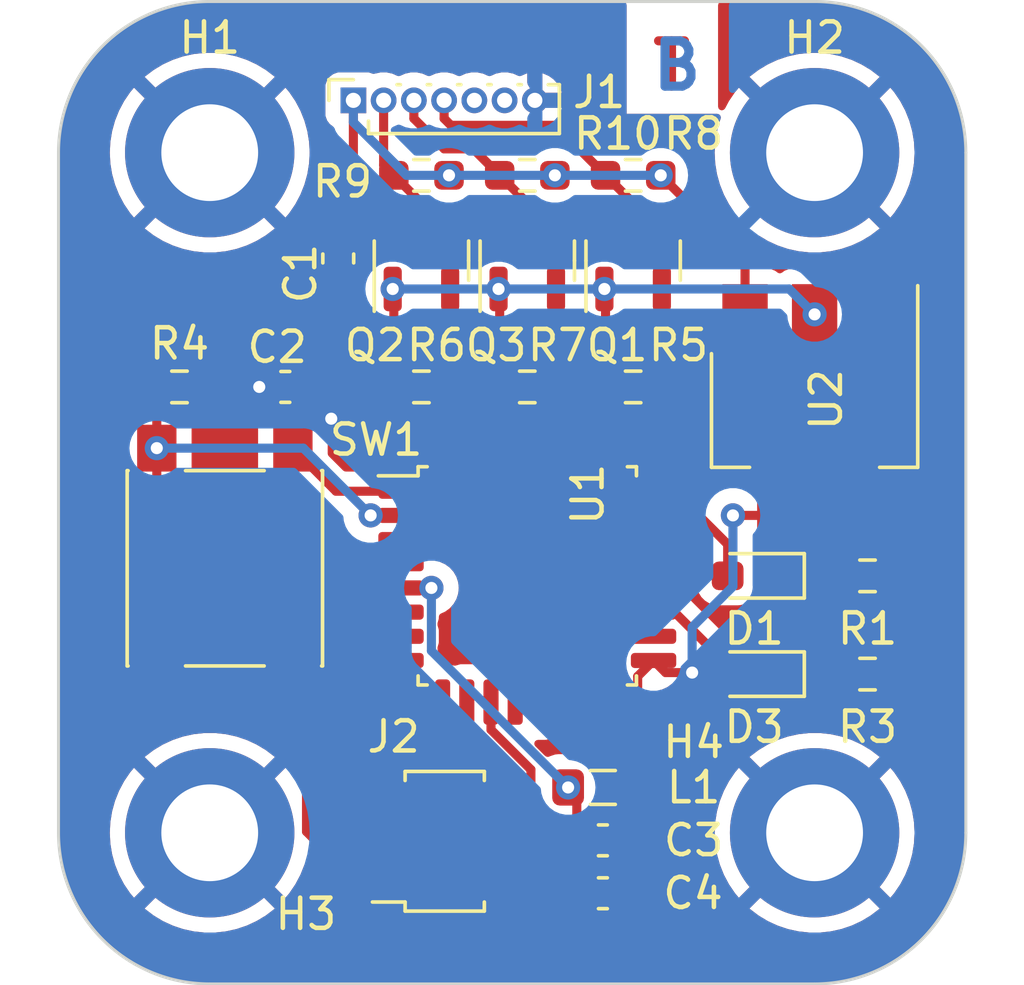
<source format=kicad_pcb>
(kicad_pcb (version 20221018) (generator pcbnew)
  (layers (0 "F.Cu" signal) (31 "B.Cu" signal) (34 "B.Paste" user) (35 "F.Paste" user) (36 "B.SilkS" user "B.Silkscreen") (37 "F.SilkS" user "F.Silkscreen") (38 "B.Mask" user) (39 "F.Mask" user) (44 "Edge.Cuts" user))
  (net 0 "")
  (net 1 "+5V")
  (net 2 "GND")
  (net 3 "+3.3V")
  (net 4 "Net-(D1-K)")
  (net 5 "Player1_LED")
  (net 6 "Net-(D3-K)")
  (net 7 "Status_LED")
  (net 8 "Data_Clock_SNES")
  (net 9 "Data_Latch_SNES")
  (net 10 "Serial_Data_SNES")
  (net 13 "SPI_Chip_Select")
  (net 14 "Chip_Enable")
  (net 15 "SPI_Digital_Input")
  (net 16 "SPI_Clock")
  (net 18 "SPI_Digital_Output")
  (net 19 "Serial_Data_STM32")
  (net 20 "Data_Clock_STM32")
  (net 21 "Data_Latch_STM32")
  (net 22 "Appairing_Btn")
  (net 26 "+3.3VA")
  (footprint "Button_Switch_SMD:SW_Push_1P1T_NO_6x6mm_H9.5mm" (layer "F.Cu") (at 125 99.75 -90)
    (fp_text reference "SW1" (at -4.25 -5) (layer "F.SilkS"))
    (fp_text value "SW_Push")
    (fp_line (start -3.23 -3.23) (end 3.23 -3.23) (stroke (width 0.12)) (layer "F.SilkS"))
    (fp_line (start -3.23 -3.2) (end -3.23 -3.23) (stroke (width 0.12)) (layer "F.SilkS"))
    (fp_line (start -3.23 -1.3) (end -3.23 1.3) (stroke (width 0.12)) (layer "F.SilkS"))
    (fp_line (start -3.23 3.23) (end -3.23 3.2) (stroke (width 0.12)) (layer "F.SilkS"))
    (fp_line (start -3.23 3.23) (end 3.23 3.23) (stroke (width 0.12)) (layer "F.SilkS"))
    (fp_line (start 3.23 -3.23) (end 3.23 -3.2) (stroke (width 0.12)) (layer "F.SilkS"))
    (fp_line (start 3.23 -1.3) (end 3.23 1.3) (stroke (width 0.12)) (layer "F.SilkS"))
    (fp_line (start 3.23 3.23) (end 3.23 3.2) (stroke (width 0.12)) (layer "F.SilkS"))
    (pad "1" smd rect (at -3.975 -2.25 270) (size 1.55 1.3) (layers "F.Cu" "F.Paste" "F.Mask") (net 3 "+3.3V"))
    (pad "1" smd rect (at 3.975 -2.25 270) (size 1.55 1.3) (layers "F.Cu" "F.Paste" "F.Mask") (net 3 "+3.3V"))
    (pad "2" smd rect (at -3.975 2.25 270) (size 1.55 1.3) (layers "F.Cu" "F.Paste" "F.Mask") (net 22 "Appairing_Btn"))
    (pad "2" smd rect (at 3.975 2.25 270) (size 1.55 1.3) (layers "F.Cu" "F.Paste" "F.Mask") (net 22 "Appairing_Btn"))
  )
  (footprint "Capacitor_SMD:C_0603_1608Metric_Pad1.08x0.95mm_HandSolder" (layer "F.Cu") (at 128.75 89.5 -90)
    (fp_text reference "C1" (at 0.5 1.25 90) (layer "F.SilkS"))
    (fp_text value "1u")
    (fp_line (start -0.146267 -0.51) (end 0.146267 -0.51) (stroke (width 0.12)) (layer "F.SilkS"))
    (fp_line (start -0.146267 0.51) (end 0.146267 0.51) (stroke (width 0.12)) (layer "F.SilkS"))
    (pad "1" smd roundrect (at -0.8625 0 270) (size 1.075 0.95) (layers "F.Cu" "F.Paste" "F.Mask") (net 1 "+5V"))
    (pad "2" smd roundrect (at 0.8625 0 270) (size 1.075 0.95) (layers "F.Cu" "F.Paste" "F.Mask") (net 2 "GND"))
  )
  (footprint "MountingHole:MountingHole_3.2mm_M3_DIN965_Pad" (layer "F.Cu") (at 144.5 86)
    (fp_text reference "H2" (at 0 -3.8) (layer "F.SilkS"))
    (fp_text value "MountingHole_Pad")
    (pad "1" thru_hole circle (at 0 0) (size 5.6 5.6) (drill 3.2) (layers "*.Cu" "*.Mask") (net 2 "GND"))
  )
  (footprint "Resistor_SMD:R_0603_1608Metric_Pad0.98x0.95mm_HandSolder" (layer "F.Cu") (at 131.5 86.75 180)
    (fp_text reference "R9" (at 2.61 -0.21 180) (layer "F.SilkS"))
    (fp_text value "10k")
    (fp_line (start -0.254724 -0.5225) (end 0.254724 -0.5225) (stroke (width 0.12)) (layer "F.SilkS"))
    (fp_line (start -0.254724 0.5225) (end 0.254724 0.5225) (stroke (width 0.12)) (layer "F.SilkS"))
    (pad "1" smd roundrect (at -0.9125 0 180) (size 0.975 0.95) (layers "F.Cu" "F.Paste" "F.Mask") (net 1 "+5V"))
    (pad "2" smd roundrect (at 0.9125 0 180) (size 0.975 0.95) (layers "F.Cu" "F.Paste" "F.Mask") (net 8 "Data_Clock_SNES"))
  )
  (footprint "Resistor_SMD:R_0603_1608Metric_Pad0.98x0.95mm_HandSolder" (layer "F.Cu") (at 135 86.75 180)
    (fp_text reference "R10" (at -3 1.375 180) (layer "F.SilkS"))
    (fp_text value "10k")
    (fp_line (start -0.254724 -0.5225) (end 0.254724 -0.5225) (stroke (width 0.12)) (layer "F.SilkS"))
    (fp_line (start -0.254724 0.5225) (end 0.254724 0.5225) (stroke (width 0.12)) (layer "F.SilkS"))
    (pad "1" smd roundrect (at -0.9125 0 180) (size 0.975 0.95) (layers "F.Cu" "F.Paste" "F.Mask") (net 1 "+5V"))
    (pad "2" smd roundrect (at 0.9125 0 180) (size 0.975 0.95) (layers "F.Cu" "F.Paste" "F.Mask") (net 9 "Data_Latch_SNES"))
  )
  (footprint "Package_TO_SOT_SMD:SOT-23" (layer "F.Cu") (at 138.5 89.5725 90)
    (fp_text reference "Q1" (at -2.8025 -0.53) (layer "F.SilkS"))
    (fp_text value "2N7002")
    (fp_line (start 0 -1.56) (end -1.675 -1.56) (stroke (width 0.12)) (layer "F.SilkS"))
    (fp_line (start 0 -1.56) (end 0.65 -1.56) (stroke (width 0.12)) (layer "F.SilkS"))
    (fp_line (start 0 1.56) (end -0.65 1.56) (stroke (width 0.12)) (layer "F.SilkS"))
    (fp_line (start 0 1.56) (end 0.65 1.56) (stroke (width 0.12)) (layer "F.SilkS"))
    (pad "1" smd roundrect (at -0.9375 -0.95 90) (size 1.475 0.6) (layers "F.Cu" "F.Paste" "F.Mask") (net 3 "+3.3V"))
    (pad "2" smd roundrect (at -0.9375 0.95 90) (size 1.475 0.6) (layers "F.Cu" "F.Paste" "F.Mask") (net 19 "Serial_Data_STM32"))
    (pad "3" smd roundrect (at 0.9375 0 90) (size 1.475 0.6) (layers "F.Cu" "F.Paste" "F.Mask") (net 10 "Serial_Data_SNES"))
  )
  (footprint "Capacitor_SMD:C_0603_1608Metric_Pad1.08x0.95mm_HandSolder" (layer "F.Cu") (at 137.5 108.75)
    (fp_text reference "C3" (at 3 0) (layer "F.SilkS"))
    (fp_text value "1u")
    (fp_line (start -0.146267 -0.51) (end 0.146267 -0.51) (stroke (width 0.12)) (layer "F.SilkS"))
    (fp_line (start -0.146267 0.51) (end 0.146267 0.51) (stroke (width 0.12)) (layer "F.SilkS"))
    (pad "1" smd roundrect (at -0.8625 0) (size 1.075 0.95) (layers "F.Cu" "F.Paste" "F.Mask") (net 26 "+3.3VA"))
    (pad "2" smd roundrect (at 0.8625 0) (size 1.075 0.95) (layers "F.Cu" "F.Paste" "F.Mask") (net 2 "GND"))
  )
  (footprint "Diode_SMD:D_0603_1608Metric_Pad1.05x0.95mm_HandSolder" (layer "F.Cu") (at 142.5 100 180)
    (fp_text reference "D1" (at 0 -1.75) (layer "F.SilkS"))
    (fp_text value "LED_Small")
    (fp_line (start -1.66 -0.735) (end -1.66 0.735) (stroke (width 0.12)) (layer "F.SilkS"))
    (fp_line (start -1.66 0.735) (end 0.8 0.735) (stroke (width 0.12)) (layer "F.SilkS"))
    (fp_line (start 0.8 -0.735) (end -1.66 -0.735) (stroke (width 0.12)) (layer "F.SilkS"))
    (pad "1" smd roundrect (at -0.875 0 180) (size 1.05 0.95) (layers "F.Cu" "F.Paste" "F.Mask") (net 4 "Net-(D1-K)"))
    (pad "2" smd roundrect (at 0.875 0 180) (size 1.05 0.95) (layers "F.Cu" "F.Paste" "F.Mask") (net 5 "Player1_LED"))
  )
  (footprint "Package_TO_SOT_SMD:SOT-23" (layer "F.Cu") (at 135 89.5725 90)
    (fp_text reference "Q3" (at -2.8025 -1.03) (layer "F.SilkS"))
    (fp_text value "2N7002")
    (fp_line (start 0 -1.56) (end -1.675 -1.56) (stroke (width 0.12)) (layer "F.SilkS"))
    (fp_line (start 0 -1.56) (end 0.65 -1.56) (stroke (width 0.12)) (layer "F.SilkS"))
    (fp_line (start 0 1.56) (end -0.65 1.56) (stroke (width 0.12)) (layer "F.SilkS"))
    (fp_line (start 0 1.56) (end 0.65 1.56) (stroke (width 0.12)) (layer "F.SilkS"))
    (pad "1" smd roundrect (at -0.9375 -0.95 90) (size 1.475 0.6) (layers "F.Cu" "F.Paste" "F.Mask") (net 3 "+3.3V"))
    (pad "2" smd roundrect (at -0.9375 0.95 90) (size 1.475 0.6) (layers "F.Cu" "F.Paste" "F.Mask") (net 21 "Data_Latch_STM32"))
    (pad "3" smd roundrect (at 0.9375 0 90) (size 1.475 0.6) (layers "F.Cu" "F.Paste" "F.Mask") (net 9 "Data_Latch_SNES"))
  )
  (footprint "Capacitor_SMD:C_0603_1608Metric_Pad1.08x0.95mm_HandSolder" (layer "F.Cu") (at 127 93.75 180)
    (fp_text reference "C2" (at 0.27 1.32) (layer "F.SilkS"))
    (fp_text value "1u")
    (fp_line (start -0.146267 -0.51) (end 0.146267 -0.51) (stroke (width 0.12)) (layer "F.SilkS"))
    (fp_line (start -0.146267 0.51) (end 0.146267 0.51) (stroke (width 0.12)) (layer "F.SilkS"))
    (pad "1" smd roundrect (at -0.8625 0 180) (size 1.075 0.95) (layers "F.Cu" "F.Paste" "F.Mask") (net 3 "+3.3V"))
    (pad "2" smd roundrect (at 0.8625 0 180) (size 1.075 0.95) (layers "F.Cu" "F.Paste" "F.Mask") (net 2 "GND"))
  )
  (footprint "Connector_PinSocket_1.00mm:PinSocket_2x04_P1.00mm_Vertical_SMD" (layer "F.Cu") (at 132.27 108.78 180)
    (fp_text reference "J2" (at 1.69 3.46) (layer "F.SilkS"))
    (fp_text value "Conn_01x08_Socket")
    (fp_line (start -1.31 -2.31) (end -1.31 -2.01) (stroke (width 0.12)) (layer "F.SilkS"))
    (fp_line (start -1.31 -2.31) (end 1.31 -2.31) (stroke (width 0.12)) (layer "F.SilkS"))
    (fp_line (start -1.31 2.01) (end -1.31 2.31) (stroke (width 0.12)) (layer "F.SilkS"))
    (fp_line (start -1.31 2.31) (end 1.31 2.31) (stroke (width 0.12)) (layer "F.SilkS"))
    (fp_line (start 1.31 -2.31) (end 1.31 -2.01) (stroke (width 0.12)) (layer "F.SilkS"))
    (fp_line (start 1.31 -2.01) (end 2.39 -2.01) (stroke (width 0.12)) (layer "F.SilkS"))
    (fp_line (start 1.31 2.01) (end 1.31 2.31) (stroke (width 0.12)) (layer "F.SilkS"))
    (pad "1" smd rect (at 1.525 -1.5 180) (size 1.85 0.5) (layers "F.Cu" "F.Paste" "F.Mask") (net 3 "+3.3V"))
    (pad "2" smd rect (at -1.525 -1.5 180) (size 1.85 0.5) (layers "F.Cu" "F.Paste" "F.Mask") (net 2 "GND"))
    (pad "3" smd rect (at 1.525 -0.5 180) (size 1.85 0.5) (layers "F.Cu" "F.Paste" "F.Mask") (net 13 "SPI_Chip_Select"))
    (pad "4" smd rect (at -1.525 -0.5 180) (size 1.85 0.5) (layers "F.Cu" "F.Paste" "F.Mask") (net 14 "Chip_Enable"))
    (pad "5" smd rect (at 1.525 0.5 180) (size 1.85 0.5) (layers "F.Cu" "F.Paste" "F.Mask") (net 15 "SPI_Digital_Input"))
    (pad "6" smd rect (at -1.525 0.5 180) (size 1.85 0.5) (layers "F.Cu" "F.Paste" "F.Mask") (net 16 "SPI_Clock"))
    (pad "7" smd rect (at 1.525 1.5 180) (size 1.85 0.5) (layers "F.Cu" "F.Paste" "F.Mask"))
    (pad "8" smd rect (at -1.525 1.5 180) (size 1.85 0.5) (layers "F.Cu" "F.Paste" "F.Mask") (net 18 "SPI_Digital_Output"))
  )
  (footprint "Resistor_SMD:R_0603_1608Metric_Pad0.98x0.95mm_HandSolder" (layer "F.Cu") (at 138.5 93.75)
    (fp_text reference "R5" (at 1.5 -1.375) (layer "F.SilkS"))
    (fp_text value "10k")
    (fp_line (start -0.254724 -0.5225) (end 0.254724 -0.5225) (stroke (width 0.12)) (layer "F.SilkS"))
    (fp_line (start -0.254724 0.5225) (end 0.254724 0.5225) (stroke (width 0.12)) (layer "F.SilkS"))
    (pad "1" smd roundrect (at -0.9125 0) (size 0.975 0.95) (layers "F.Cu" "F.Paste" "F.Mask") (net 3 "+3.3V"))
    (pad "2" smd roundrect (at 0.9125 0) (size 0.975 0.95) (layers "F.Cu" "F.Paste" "F.Mask") (net 19 "Serial_Data_STM32"))
  )
  (footprint "Inductor_SMD:L_0805_2012Metric_Pad1.05x1.20mm_HandSolder" (layer "F.Cu") (at 137.5 107 180)
    (fp_text reference "L1" (at -3 0) (layer "F.SilkS"))
    (fp_text value "39n")
    (fp_line (start -0.410242 -0.56) (end 0.410242 -0.56) (stroke (width 0.12)) (layer "F.SilkS"))
    (fp_line (start -0.410242 0.56) (end 0.410242 0.56) (stroke (width 0.12)) (layer "F.SilkS"))
    (pad "1" smd roundrect (at -1.15 0 180) (size 1.05 1.2) (layers "F.Cu" "F.Paste" "F.Mask") (roundrect_rratio 0.238095) (net 3 "+3.3V"))
    (pad "2" smd roundrect (at 1.15 0 180) (size 1.05 1.2) (layers "F.Cu" "F.Paste" "F.Mask") (roundrect_rratio 0.238095) (net 26 "+3.3VA"))
  )
  (footprint "Capacitor_SMD:C_0603_1608Metric_Pad1.08x0.95mm_HandSolder" (layer "F.Cu") (at 137.5 110.5)
    (fp_text reference "C4" (at 2.98 0) (layer "F.SilkS"))
    (fp_text value "10n")
    (fp_line (start -0.146267 -0.51) (end 0.146267 -0.51) (stroke (width 0.12)) (layer "F.SilkS"))
    (fp_line (start -0.146267 0.51) (end 0.146267 0.51) (stroke (width 0.12)) (layer "F.SilkS"))
    (pad "1" smd roundrect (at -0.8625 0) (size 1.075 0.95) (layers "F.Cu" "F.Paste" "F.Mask") (net 26 "+3.3VA"))
    (pad "2" smd roundrect (at 0.8625 0) (size 1.075 0.95) (layers "F.Cu" "F.Paste" "F.Mask") (net 2 "GND"))
  )
  (footprint "Resistor_SMD:R_0603_1608Metric_Pad0.98x0.95mm_HandSolder" (layer "F.Cu") (at 123.5 93.75)
    (fp_text reference "R4" (at 0 -1.43) (layer "F.SilkS"))
    (fp_text value "10k")
    (fp_line (start -0.254724 -0.5225) (end 0.254724 -0.5225) (stroke (width 0.12)) (layer "F.SilkS"))
    (fp_line (start -0.254724 0.5225) (end 0.254724 0.5225) (stroke (width 0.12)) (layer "F.SilkS"))
    (pad "1" smd roundrect (at -0.9125 0) (size 0.975 0.95) (layers "F.Cu" "F.Paste" "F.Mask") (net 22 "Appairing_Btn"))
    (pad "2" smd roundrect (at 0.9125 0) (size 0.975 0.95) (layers "F.Cu" "F.Paste" "F.Mask") (net 2 "GND"))
  )
  (footprint "Connector_PinSocket_1.00mm:PinSocket_1x07_P1.00mm_Vertical" (layer "F.Cu") (at 129.25 84.27 90)
    (fp_text reference "J1" (at 0.27 8.125 180) (layer "F.SilkS"))
    (fp_text value "Conn_01x07_Socket")
    (fp_line (start -1.1 0.5) (end -1.1 6.81) (stroke (width 0.12)) (layer "F.SilkS"))
    (fp_line (start -1.1 0.5) (end -0.685 0.5) (stroke (width 0.12)) (layer "F.SilkS"))
    (fp_line (start -1.1 6.81) (end 0.52 6.81) (stroke (width 0.12)) (layer "F.SilkS"))
    (fp_line (start 0 -0.81) (end 0.685 -0.81) (stroke (width 0.12)) (layer "F.SilkS"))
    (fp_line (start 0.52 1.445898) (end 0.52 1.554102) (stroke (width 0.12)) (layer "F.SilkS"))
    (fp_line (start 0.52 2.445898) (end 0.52 2.554102) (stroke (width 0.12)) (layer "F.SilkS"))
    (fp_line (start 0.52 3.445898) (end 0.52 3.554102) (stroke (width 0.12)) (layer "F.SilkS"))
    (fp_line (start 0.52 4.445898) (end 0.52 4.554102) (stroke (width 0.12)) (layer "F.SilkS"))
    (fp_line (start 0.52 5.445898) (end 0.52 5.554102) (stroke (width 0.12)) (layer "F.SilkS"))
    (fp_line (start 0.52 6.445898) (end 0.52 6.81) (stroke (width 0.12)) (layer "F.SilkS"))
    (fp_line (start 0.685 -0.81) (end 0.685 0) (stroke (width 0.12)) (layer "F.SilkS"))
    (pad "1" thru_hole rect (at 0 0 90) (size 0.85 0.85) (drill 0.5) (layers "*.Cu" "*.Mask") (net 1 "+5V"))
    (pad "2" thru_hole oval (at 0 1 90) (size 0.85 0.85) (drill 0.5) (layers "*.Cu" "*.Mask") (net 8 "Data_Clock_SNES"))
    (pad "3" thru_hole oval (at 0 2 90) (size 0.85 0.85) (drill 0.5) (layers "*.Cu" "*.Mask") (net 9 "Data_Latch_SNES"))
    (pad "4" thru_hole oval (at 0 3 90) (size 0.85 0.85) (drill 0.5) (layers "*.Cu" "*.Mask") (net 10 "Serial_Data_SNES"))
    (pad "5" thru_hole oval (at 0 4 90) (size 0.85 0.85) (drill 0.5) (layers "*.Cu" "*.Mask"))
    (pad "6" thru_hole oval (at 0 5 90) (size 0.85 0.85) (drill 0.5) (layers "*.Cu" "*.Mask"))
    (pad "7" thru_hole oval (at 0 6 90) (size 0.85 0.85) (drill 0.5) (layers "*.Cu" "*.Mask") (net 2 "GND"))
  )
  (footprint "MountingHole:MountingHole_3.2mm_M3_DIN965_Pad" (layer "F.Cu") (at 124.5 86)
    (fp_text reference "H1" (at 0 -3.8) (layer "F.SilkS"))
    (fp_text value "MountingHole_Pad")
    (pad "1" thru_hole circle (at 0 0) (size 5.6 5.6) (drill 3.2) (layers "*.Cu" "*.Mask") (net 2 "GND"))
  )
  (footprint "Resistor_SMD:R_0603_1608Metric_Pad0.98x0.95mm_HandSolder" (layer "F.Cu") (at 146.25 103.25)
    (fp_text reference "R3" (at 0 1.75) (layer "F.SilkS"))
    (fp_text value "1k")
    (fp_line (start -0.254724 -0.5225) (end 0.254724 -0.5225) (stroke (width 0.12)) (layer "F.SilkS"))
    (fp_line (start -0.254724 0.5225) (end 0.254724 0.5225) (stroke (width 0.12)) (layer "F.SilkS"))
    (pad "1" smd roundrect (at -0.9125 0) (size 0.975 0.95) (layers "F.Cu" "F.Paste" "F.Mask") (net 6 "Net-(D3-K)"))
    (pad "2" smd roundrect (at 0.9125 0) (size 0.975 0.95) (layers "F.Cu" "F.Paste" "F.Mask") (net 2 "GND"))
  )
  (footprint "Resistor_SMD:R_0603_1608Metric_Pad0.98x0.95mm_HandSolder" (layer "F.Cu") (at 146.25 100)
    (fp_text reference "R1" (at 0 1.75) (layer "F.SilkS"))
    (fp_text value "1k")
    (fp_line (start -0.254724 -0.5225) (end 0.254724 -0.5225) (stroke (width 0.12)) (layer "F.SilkS"))
    (fp_line (start -0.254724 0.5225) (end 0.254724 0.5225) (stroke (width 0.12)) (layer "F.SilkS"))
    (pad "1" smd roundrect (at -0.9125 0) (size 0.975 0.95) (layers "F.Cu" "F.Paste" "F.Mask") (net 4 "Net-(D1-K)"))
    (pad "2" smd roundrect (at 0.9125 0) (size 0.975 0.95) (layers "F.Cu" "F.Paste" "F.Mask") (net 2 "GND"))
  )
  (footprint "Package_TO_SOT_SMD:SOT-23" (layer "F.Cu") (at 131.5 89.5725 90)
    (fp_text reference "Q2" (at -2.8025 -1.53) (layer "F.SilkS"))
    (fp_text value "2N7002")
    (fp_line (start 0 -1.56) (end -1.675 -1.56) (stroke (width 0.12)) (layer "F.SilkS"))
    (fp_line (start 0 -1.56) (end 0.65 -1.56) (stroke (width 0.12)) (layer "F.SilkS"))
    (fp_line (start 0 1.56) (end -0.65 1.56) (stroke (width 0.12)) (layer "F.SilkS"))
    (fp_line (start 0 1.56) (end 0.65 1.56) (stroke (width 0.12)) (layer "F.SilkS"))
    (pad "1" smd roundrect (at -0.9375 -0.95 90) (size 1.475 0.6) (layers "F.Cu" "F.Paste" "F.Mask") (net 3 "+3.3V"))
    (pad "2" smd roundrect (at -0.9375 0.95 90) (size 1.475 0.6) (layers "F.Cu" "F.Paste" "F.Mask") (net 20 "Data_Clock_STM32"))
    (pad "3" smd roundrect (at 0.9375 0 90) (size 1.475 0.6) (layers "F.Cu" "F.Paste" "F.Mask") (net 8 "Data_Clock_SNES"))
  )
  (footprint "Resistor_SMD:R_0603_1608Metric_Pad0.98x0.95mm_HandSolder" (layer "F.Cu") (at 135 93.75)
    (fp_text reference "R7" (at 1 -1.375) (layer "F.SilkS"))
    (fp_text value "10k")
    (fp_line (start -0.254724 -0.5225) (end 0.254724 -0.5225) (stroke (width 0.12)) (layer "F.SilkS"))
    (fp_line (start -0.254724 0.5225) (end 0.254724 0.5225) (stroke (width 0.12)) (layer "F.SilkS"))
    (pad "1" smd roundrect (at -0.9125 0) (size 0.975 0.95) (layers "F.Cu" "F.Paste" "F.Mask") (net 3 "+3.3V"))
    (pad "2" smd roundrect (at 0.9125 0) (size 0.975 0.95) (layers "F.Cu" "F.Paste" "F.Mask") (net 21 "Data_Latch_STM32"))
  )
  (footprint "MountingHole:MountingHole_3.2mm_M3_DIN965_Pad" (layer "F.Cu") (at 144.5 108.5)
    (fp_text reference "H4" (at -4 -3) (layer "F.SilkS"))
    (fp_text value "MountingHole_Pad")
    (pad "1" thru_hole circle (at 0 0) (size 5.6 5.6) (drill 3.2) (layers "*.Cu" "*.Mask") (net 2 "GND"))
  )
  (footprint "Resistor_SMD:R_0603_1608Metric_Pad0.98x0.95mm_HandSolder" (layer "F.Cu") (at 138.5 86.75 180)
    (fp_text reference "R8" (at -2 1.375 180) (layer "F.SilkS"))
    (fp_text value "10k")
    (fp_line (start -0.254724 -0.5225) (end 0.254724 -0.5225) (stroke (width 0.12)) (layer "F.SilkS"))
    (fp_line (start -0.254724 0.5225) (end 0.254724 0.5225) (stroke (width 0.12)) (layer "F.SilkS"))
    (pad "1" smd roundrect (at -0.9125 0 180) (size 0.975 0.95) (layers "F.Cu" "F.Paste" "F.Mask") (net 1 "+5V"))
    (pad "2" smd roundrect (at 0.9125 0 180) (size 0.975 0.95) (layers "F.Cu" "F.Paste" "F.Mask") (net 10 "Serial_Data_SNES"))
  )
  (footprint "Package_QFP:LQFP-32_7x7mm_P0.8mm" (layer "F.Cu") (at 135 100)
    (fp_text reference "U1" (at 2 -2.7 90) (layer "F.SilkS"))
    (fp_text value "STM32L412KBTx")
    (fp_line (start -3.61 -3.61) (end -3.61 -3.31) (stroke (width 0.12)) (layer "F.SilkS"))
    (fp_line (start -3.61 -3.31) (end -4.925 -3.31) (stroke (width 0.12)) (layer "F.SilkS"))
    (fp_line (start -3.61 3.61) (end -3.61 3.31) (stroke (width 0.12)) (layer "F.SilkS"))
    (fp_line (start -3.31 -3.61) (end -3.61 -3.61) (stroke (width 0.12)) (layer "F.SilkS"))
    (fp_line (start -3.31 3.61) (end -3.61 3.61) (stroke (width 0.12)) (layer "F.SilkS"))
    (fp_line (start 3.31 -3.61) (end 3.61 -3.61) (stroke (width 0.12)) (layer "F.SilkS"))
    (fp_line (start 3.31 3.61) (end 3.61 3.61) (stroke (width 0.12)) (layer "F.SilkS"))
    (fp_line (start 3.61 -3.61) (end 3.61 -3.31) (stroke (width 0.12)) (layer "F.SilkS"))
    (fp_line (start 3.61 3.61) (end 3.61 3.31) (stroke (width 0.12)) (layer "F.SilkS"))
    (pad "1" smd roundrect (at -4.175 -2.8) (size 1.5 0.5) (layers "F.Cu" "F.Paste" "F.Mask") (net 3 "+3.3V"))
    (pad "2" smd roundrect (at -4.175 -2) (size 1.5 0.5) (layers "F.Cu" "F.Paste" "F.Mask") (net 22 "Appairing_Btn"))
    (pad "3" smd roundrect (at -4.175 -1.2) (size 1.5 0.5) (layers "F.Cu" "F.Paste" "F.Mask"))
    (pad "4" smd roundrect (at -4.175 -0.4) (size 1.5 0.5) (layers "F.Cu" "F.Paste" "F.Mask"))
    (pad "5" smd roundrect (at -4.175 0.4) (size 1.5 0.5) (layers "F.Cu" "F.Paste" "F.Mask") (net 26 "+3.3VA"))
    (pad "6" smd roundrect (at -4.175 1.2) (size 1.5 0.5) (layers "F.Cu" "F.Paste" "F.Mask"))
    (pad "7" smd roundrect (at -4.175 2) (size 1.5 0.5) (layers "F.Cu" "F.Paste" "F.Mask") (net 13 "SPI_Chip_Select"))
    (pad "8" smd roundrect (at -4.175 2.8) (size 1.5 0.5) (layers "F.Cu" "F.Paste" "F.Mask") (net 15 "SPI_Digital_Input"))
    (pad "9" smd roundrect (at -2.8 4.175) (size 0.5 1.5) (layers "F.Cu" "F.Paste" "F.Mask") (net 16 "SPI_Clock"))
    (pad "10" smd roundrect (at -2 4.175) (size 0.5 1.5) (layers "F.Cu" "F.Paste" "F.Mask") (net 18 "SPI_Digital_Output"))
    (pad "11" smd roundrect (at -1.2 4.175) (size 0.5 1.5) (layers "F.Cu" "F.Paste" "F.Mask") (net 14 "Chip_Enable"))
    (pad "12" smd roundrect (at -0.4 4.175) (size 0.5 1.5) (layers "F.Cu" "F.Paste" "F.Mask"))
    (pad "13" smd roundrect (at 0.4 4.175) (size 0.5 1.5) (layers "F.Cu" "F.Paste" "F.Mask"))
    (pad "14" smd roundrect (at 1.2 4.175) (size 0.5 1.5) (layers "F.Cu" "F.Paste" "F.Mask"))
    (pad "15" smd roundrect (at 2 4.175) (size 0.5 1.5) (layers "F.Cu" "F.Paste" "F.Mask"))
    (pad "16" smd roundrect (at 2.8 4.175) (size 0.5 1.5) (layers "F.Cu" "F.Paste" "F.Mask") (net 2 "GND"))
    (pad "17" smd roundrect (at 4.175 2.8) (size 1.5 0.5) (layers "F.Cu" "F.Paste" "F.Mask") (net 3 "+3.3V"))
    (pad "18" smd roundrect (at 4.175 2) (size 1.5 0.5) (layers "F.Cu" "F.Paste" "F.Mask"))
    (pad "19" smd roundrect (at 4.175 1.2) (size 1.5 0.5) (layers "F.Cu" "F.Paste" "F.Mask") (net 7 "Status_LED"))
    (pad "20" smd roundrect (at 4.175 0.4) (size 1.5 0.5) (layers "F.Cu" "F.Paste" "F.Mask"))
    (pad "21" smd roundrect (at 4.175 -0.4) (size 1.5 0.5) (layers "F.Cu" "F.Paste" "F.Mask"))
    (pad "22" smd roundrect (at 4.175 -1.2) (size 1.5 0.5) (layers "F.Cu" "F.Paste" "F.Mask"))
    (pad "23" smd roundrect (at 4.175 -2) (size 1.5 0.5) (layers "F.Cu" "F.Paste" "F.Mask"))
    (pad "24" smd roundrect (at 4.175 -2.8) (size 1.5 0.5) (layers "F.Cu" "F.Paste" "F.Mask") (net 5 "Player1_LED"))
    (pad "25" smd roundrect (at 2.8 -4.175) (size 0.5 1.5) (layers "F.Cu" "F.Paste" "F.Mask") (net 19 "Serial_Data_STM32"))
    (pad "26" smd roundrect (at 2 -4.175) (size 0.5 1.5) (layers "F.Cu" "F.Paste" "F.Mask"))
    (pad "27" smd roundrect (at 1.2 -4.175) (size 0.5 1.5) (layers "F.Cu" "F.Paste" "F.Mask") (net 21 "Data_Latch_STM32"))
    (pad "28" smd roundrect (at 0.4 -4.175) (size 0.5 1.5) (layers "F.Cu" "F.Paste" "F.Mask"))
    (pad "29" smd roundrect (at -0.4 -4.175) (size 0.5 1.5) (layers "F.Cu" "F.Paste" "F.Mask") (net 20 "Data_Clock_STM32"))
    (pad "30" smd roundrect (at -1.2 -4.175) (size 0.5 1.5) (layers "F.Cu" "F.Paste" "F.Mask"))
    (pad "31" smd roundrect (at -2 -4.175) (size 0.5 1.5) (layers "F.Cu" "F.Paste" "F.Mask"))
    (pad "32" smd roundrect (at -2.8 -4.175) (size 0.5 1.5) (layers "F.Cu" "F.Paste" "F.Mask") (net 2 "GND"))
  )
  (footprint "Diode_SMD:D_0603_1608Metric_Pad1.05x0.95mm_HandSolder" (layer "F.Cu") (at 142.5 103.25 180)
    (fp_text reference "D3" (at 0 -1.75) (layer "F.SilkS"))
    (fp_text value "LED_Small")
    (fp_line (start -1.66 -0.735) (end -1.66 0.735) (stroke (width 0.12)) (layer "F.SilkS"))
    (fp_line (start -1.66 0.735) (end 0.8 0.735) (stroke (width 0.12)) (layer "F.SilkS"))
    (fp_line (start 0.8 -0.735) (end -1.66 -0.735) (stroke (width 0.12)) (layer "F.SilkS"))
    (pad "1" smd roundrect (at -0.875 0 180) (size 1.05 0.95) (layers "F.Cu" "F.Paste" "F.Mask") (net 6 "Net-(D3-K)"))
    (pad "2" smd roundrect (at 0.875 0 180) (size 1.05 0.95) (layers "F.Cu" "F.Paste" "F.Mask") (net 7 "Status_LED"))
  )
  (footprint "Resistor_SMD:R_0603_1608Metric_Pad0.98x0.95mm_HandSolder" (layer "F.Cu") (at 131.5 93.75)
    (fp_text reference "R6" (at 0.5 -1.375) (layer "F.SilkS"))
    (fp_text value "10k")
    (fp_line (start -0.254724 -0.5225) (end 0.254724 -0.5225) (stroke (width 0.12)) (layer "F.SilkS"))
    (fp_line (start -0.254724 0.5225) (end 0.254724 0.5225) (stroke (width 0.12)) (layer "F.SilkS"))
    (pad "1" smd roundrect (at -0.9125 0) (size 0.975 0.95) (layers "F.Cu" "F.Paste" "F.Mask") (net 3 "+3.3V"))
    (pad "2" smd roundrect (at 0.9125 0) (size 0.975 0.95) (layers "F.Cu" "F.Paste" "F.Mask") (net 20 "Data_Clock_STM32"))
  )
  (footprint "MountingHole:MountingHole_3.2mm_M3_DIN965_Pad" (layer "F.Cu") (at 124.5 108.5)
    (fp_text reference "H3" (at 3.18 2.69) (layer "F.SilkS"))
    (fp_text value "MountingHole_Pad")
    (pad "1" thru_hole circle (at 0 0) (size 5.6 5.6) (drill 3.2) (layers "*.Cu" "*.Mask") (net 2 "GND"))
  )
  (footprint "Package_TO_SOT_SMD:SOT-223-3_TabPin2" (layer "F.Cu") (at 144.5 94.5 -90)
    (fp_text reference "U2" (at -0.33 -0.38 90) (layer "F.SilkS"))
    (fp_text value "AMS1117-3.3")
    (fp_line (start -4.1 -3.41) (end 1.91 -3.41) (stroke (width 0.12)) (layer "F.SilkS"))
    (fp_line (start -1.85 3.41) (end 1.91 3.41) (stroke (width 0.12)) (layer "F.SilkS"))
    (fp_line (start 1.91 -3.41) (end 1.91 -2.15) (stroke (width 0.12)) (layer "F.SilkS"))
    (fp_line (start 1.91 3.41) (end 1.91 2.15) (stroke (width 0.12)) (layer "F.SilkS"))
    (pad "1" smd rect (at -3.15 -2.3 270) (size 2 1.5) (layers "F.Cu" "F.Paste" "F.Mask") (net 2 "GND"))
    (pad "2" smd rect (at -3.15 0 270) (size 2 1.5) (layers "F.Cu" "F.Paste" "F.Mask") (net 3 "+3.3V"))
    (pad "2" smd rect (at 3.15 0 270) (size 2 3.8) (layers "F.Cu" "F.Paste" "F.Mask") (net 3 "+3.3V"))
    (pad "3" smd rect (at -3.15 2.3 270) (size 2 1.5) (layers "F.Cu" "F.Paste" "F.Mask") (net 1 "+5V"))
  )
  (gr_line (start 149.5 108.5) (end 149.5 86) (stroke (width 0.1)) (layer "Edge.Cuts"))
  (gr_arc (start 144.5 81) (mid 148.035534 82.464466) (end 149.5 86) (stroke (width 0.1)) (layer "Edge.Cuts"))
  (gr_line (start 119.5 86) (end 119.5 108.5) (stroke (width 0.1)) (layer "Edge.Cuts"))
  (gr_arc (start 119.5 86) (mid 120.964466 82.464466) (end 124.5 81) (stroke (width 0.1)) (layer "Edge.Cuts"))
  (gr_line (start 144.5 81) (end 124.5 81) (stroke (width 0.1)) (layer "Edge.Cuts"))
  (gr_arc (start 149.5 108.5) (mid 148.035534 112.035534) (end 144.5 113.5) (stroke (width 0.1)) (layer "Edge.Cuts"))
  (gr_arc (start 124.5 113.5) (mid 120.964466 112.035534) (end 119.5 108.5) (stroke (width 0.1)) (layer "Edge.Cuts"))
  (gr_line (start 144.5 113.5) (end 124.5 113.5) (stroke (width 0.1)) (layer "Edge.Cuts"))
  (gr_text "T" (at 139 84) (layer "F.Cu") (effects (font (size 1.5 1.5) (thickness 0.3) bold) (justify left bottom)))
  (gr_text "B" (at 139 84) (layer "B.Cu") (effects (font (size 1.5 1.5) (thickness 0.3) bold) (justify left bottom)))
  (segment (start 129.25 88.1375) (end 129.25 84.27) (width 0.3) (layer "F.Cu") (net 1))
  (segment (start 139.4125 86.75) (end 142.2 89.5375) (width 0.3) (layer "F.Cu") (net 1))
  (segment (start 142.2 89.5375) (end 142.2 91.35) (width 0.3) (layer "F.Cu") (net 1))
  (segment (start 128.75 88.6375) (end 129.25 88.1375) (width 0.3) (layer "F.Cu") (net 1))
  (via (at 132.4125 86.75) (size 0.8) (drill 0.4) (layers "F.Cu" "B.Cu") (net 1))
  (via (at 139.4125 86.75) (size 0.8) (drill 0.4) (layers "F.Cu" "B.Cu") (net 1))
  (via (at 135.9125 86.75) (size 0.8) (drill 0.4) (layers "F.Cu" "B.Cu") (net 1))
  (segment (start 132.4125 86.75) (end 135.9125 86.75) (width 0.3) (layer "B.Cu") (net 1))
  (segment (start 135.9125 86.75) (end 139.4125 86.75) (width 0.3) (layer "B.Cu") (net 1))
  (segment (start 131.005 86.75) (end 132.4125 86.75) (width 0.3) (layer "B.Cu") (net 1))
  (segment (start 129.25 84.27) (end 129.25 84.995) (width 0.3) (layer "B.Cu") (net 1))
  (segment (start 129.25 84.995) (end 131.005 86.75) (width 0.3) (layer "B.Cu") (net 1))
  (segment (start 132.2 95.825) (end 129.542456 95.825) (width 0.3) (layer "F.Cu") (net 2))
  (segment (start 129.542456 95.825) (end 128.518174 94.800718) (width 0.3) (layer "F.Cu") (net 2))
  (via (at 126.1375 93.75) (size 0.8) (drill 0.4) (layers "F.Cu" "B.Cu") (net 2))
  (via (at 128.518174 94.800718) (size 0.8) (drill 0.4) (layers "F.Cu" "B.Cu") (net 2))
  (segment (start 127.188218 94.800718) (end 126.1375 93.75) (width 0.3) (layer "B.Cu") (net 2))
  (segment (start 128.518174 94.800718) (end 127.188218 94.800718) (width 0.3) (layer "B.Cu") (net 2))
  (segment (start 138.65 103.325) (end 139.175 102.8) (width 0.3) (layer "F.Cu") (net 3))
  (segment (start 127.7 104.175) (end 127.25 103.725) (width 0.3) (layer "F.Cu") (net 3))
  (segment (start 140.4505 103.2) (end 139.575 103.2) (width 0.3) (layer "F.Cu") (net 3))
  (segment (start 129.52 110.28) (end 127.7 108.46) (width 0.3) (layer "F.Cu") (net 3))
  (segment (start 144.15 98) (end 144.5 97.65) (width 0.3) (layer "F.Cu") (net 3))
  (segment (start 127.7 108.46) (end 127.7 104.175) (width 0.3) (layer "F.Cu") (net 3))
  (segment (start 144.5 97.65) (end 144.5 91.35) (width 0.3) (layer "F.Cu") (net 3))
  (segment (start 134.0875 90.5475) (end 134.05 90.51) (width 0.3) (layer "F.Cu") (net 3))
  (segment (start 127.25 94.3625) (end 127.8625 93.75) (width 0.3) (layer "F.Cu") (net 3))
  (segment (start 128.675 97.2) (end 127.25 95.775) (width 0.3) (layer "F.Cu") (net 3))
  (segment (start 130.825 97.2) (end 128.675 97.2) (width 0.3) (layer "F.Cu") (net 3))
  (segment (start 127.25 95.775) (end 127.25 94.3625) (width 0.3) (layer "F.Cu") (net 3))
  (segment (start 138.65 107) (end 138.65 103.325) (width 0.3) (layer "F.Cu") (net 3))
  (segment (start 127.25 103.725) (end 127.25 95.775) (width 0.3) (layer "F.Cu") (net 3))
  (segment (start 130.5875 90.5475) (end 130.55 90.51) (width 0.3) (layer "F.Cu") (net 3))
  (segment (start 134.0875 93.75) (end 134.0875 90.5475) (width 0.3) (layer "F.Cu") (net 3))
  (segment (start 130.745 110.28) (end 129.52 110.28) (width 0.3) (layer "F.Cu") (net 3))
  (segment (start 137.5875 93.75) (end 137.5875 90.5475) (width 0.3) (layer "F.Cu") (net 3))
  (segment (start 141.8 98) (end 144.15 98) (width 0.3) (layer "F.Cu") (net 3))
  (segment (start 130.5875 93.75) (end 130.5875 90.5475) (width 0.3) (layer "F.Cu") (net 3))
  (segment (start 137.5875 90.5475) (end 137.55 90.51) (width 0.3) (layer "F.Cu") (net 3))
  (segment (start 127.8625 93.75) (end 130.5875 93.75) (width 0.3) (layer "F.Cu") (net 3))
  (segment (start 139.575 103.2) (end 139.175 102.8) (width 0.3) (layer "F.Cu") (net 3))
  (via (at 134.05 90.51) (size 0.8) (drill 0.4) (layers "F.Cu" "B.Cu") (net 3))
  (via (at 140.4505 103.2) (size 0.8) (drill 0.4) (layers "F.Cu" "B.Cu") (net 3))
  (via (at 141.8 98) (size 0.8) (drill 0.4) (layers "F.Cu" "B.Cu") (net 3))
  (via (at 144.5 91.35) (size 0.8) (drill 0.4) (layers "F.Cu" "B.Cu") (net 3))
  (via (at 130.55 90.51) (size 0.8) (drill 0.4) (layers "F.Cu" "B.Cu") (net 3))
  (via (at 137.55 90.51) (size 0.8) (drill 0.4) (layers "F.Cu" "B.Cu") (net 3))
  (segment (start 134.05 90.51) (end 130.55 90.51) (width 0.3) (layer "B.Cu") (net 3))
  (segment (start 140.4505 101.6995) (end 141.8 100.35) (width 0.3) (layer "B.Cu") (net 3))
  (segment (start 143.66 90.51) (end 144.5 91.35) (width 0.3) (layer "B.Cu") (net 3))
  (segment (start 141.8 100.35) (end 141.8 98) (width 0.3) (layer "B.Cu") (net 3))
  (segment (start 140.4505 103.2) (end 140.4505 101.6995) (width 0.3) (layer "B.Cu") (net 3))
  (segment (start 137.55 90.51) (end 143.66 90.51) (width 0.3) (layer "B.Cu") (net 3))
  (segment (start 137.55 90.51) (end 134.05 90.51) (width 0.3) (layer "B.Cu") (net 3))
  (segment (start 143.375 100) (end 145.3375 100) (width 0.3) (layer "F.Cu") (net 4))
  (segment (start 139.867462 97.2) (end 139.175 97.2) (width 0.3) (layer "F.Cu") (net 5))
  (segment (start 141.625 100) (end 141.625 98.957538) (width 0.3) (layer "F.Cu") (net 5))
  (segment (start 141.625 98.957538) (end 139.867462 97.2) (width 0.3) (layer "F.Cu") (net 5))
  (segment (start 145.3375 103.25) (end 143.375 103.25) (width 0.3) (layer "F.Cu") (net 6))
  (segment (start 141.625 102.957538) (end 139.867462 101.2) (width 0.3) (layer "F.Cu") (net 7))
  (segment (start 139.867462 101.2) (end 139.175 101.2) (width 0.3) (layer "F.Cu") (net 7))
  (segment (start 141.625 103.25) (end 141.625 102.957538) (width 0.3) (layer "F.Cu") (net 7))
  (segment (start 131.5 87.6625) (end 130.5875 86.75) (width 0.3) (layer "F.Cu") (net 8))
  (segment (start 130.5875 86.75) (end 130.25 86.4125) (width 0.3) (layer "F.Cu") (net 8))
  (segment (start 130.25 86.4125) (end 130.25 84.27) (width 0.3) (layer "F.Cu") (net 8))
  (segment (start 131.5 88.635) (end 131.5 87.6625) (width 0.3) (layer "F.Cu") (net 8))
  (segment (start 133.2125 85.875) (end 132.25396 85.875) (width 0.3) (layer "F.Cu") (net 9))
  (segment (start 135 88.635) (end 135 87.6625) (width 0.3) (layer "F.Cu") (net 9))
  (segment (start 132.25396 85.875) (end 131.25 84.87104) (width 0.3) (layer "F.Cu") (net 9))
  (segment (start 135 87.6625) (end 134.0875 86.75) (width 0.3) (layer "F.Cu") (net 9))
  (segment (start 134.0875 86.75) (end 133.2125 85.875) (width 0.3) (layer "F.Cu") (net 9))
  (segment (start 131.25 84.87104) (end 131.25 84.27) (width 0.3) (layer "F.Cu") (net 9))
  (segment (start 137.5875 86.75) (end 135.9325 85.095) (width 0.3) (layer "F.Cu") (net 10))
  (segment (start 138.5 87.6625) (end 137.5875 86.75) (width 0.3) (layer "F.Cu") (net 10))
  (segment (start 132.47396 85.095) (end 132.25 84.87104) (width 0.3) (layer "F.Cu") (net 10))
  (segment (start 132.25 84.87104) (end 132.25 84.27) (width 0.3) (layer "F.Cu") (net 10))
  (segment (start 138.5 88.635) (end 138.5 87.6625) (width 0.3) (layer "F.Cu") (net 10))
  (segment (start 135.9325 85.095) (end 132.47396 85.095) (width 0.3) (layer "F.Cu") (net 10))
  (segment (start 130.825 102) (end 130.132538 102) (width 0.3) (layer "F.Cu") (net 13))
  (segment (start 128.65 107.96) (end 129.97 109.28) (width 0.3) (layer "F.Cu") (net 13))
  (segment (start 129.97 109.28) (end 130.745 109.28) (width 0.3) (layer "F.Cu") (net 13))
  (segment (start 128.65 103.482538) (end 128.65 107.96) (width 0.3) (layer "F.Cu") (net 13))
  (segment (start 130.132538 102) (end 128.65 103.482538) (width 0.3) (layer "F.Cu") (net 13))
  (segment (start 133.8 105.09) (end 133.8 104.175) (width 0.3) (layer "F.Cu") (net 14))
  (segment (start 135.12 106.41) (end 133.8 105.09) (width 0.3) (layer "F.Cu") (net 14))
  (segment (start 134.77 109.28) (end 135.12 108.93) (width 0.3) (layer "F.Cu") (net 14))
  (segment (start 133.795 109.28) (end 134.77 109.28) (width 0.3) (layer "F.Cu") (net 14))
  (segment (start 135.12 108.93) (end 135.12 106.41) (width 0.3) (layer "F.Cu") (net 14))
  (segment (start 129.42 104.205) (end 130.825 102.8) (width 0.3) (layer "F.Cu") (net 15))
  (segment (start 129.42 107.93) (end 129.42 104.205) (width 0.3) (layer "F.Cu") (net 15))
  (segment (start 129.77 108.28) (end 129.42 107.93) (width 0.3) (layer "F.Cu") (net 15))
  (segment (start 130.745 108.28) (end 129.77 108.28) (width 0.3) (layer "F.Cu") (net 15))
  (segment (start 132.82 108.28) (end 132.2 107.66) (width 0.3) (layer "F.Cu") (net 16))
  (segment (start 132.2 107.66) (end 132.2 104.175) (width 0.3) (layer "F.Cu") (net 16))
  (segment (start 133.795 108.28) (end 132.82 108.28) (width 0.3) (layer "F.Cu") (net 16))
  (segment (start 133.795 107.28) (end 133 106.485) (width 0.3) (layer "F.Cu") (net 18))
  (segment (start 133 106.485) (end 133 104.175) (width 0.3) (layer "F.Cu") (net 18))
  (segment (start 139.4125 93.75) (end 139.4125 90.5475) (width 0.3) (layer "F.Cu") (net 19))
  (segment (start 137.8 95.3625) (end 139.4125 93.75) (width 0.3) (layer "F.Cu") (net 19))
  (segment (start 137.8 95.825) (end 137.8 95.3625) (width 0.3) (layer "F.Cu") (net 19))
  (segment (start 139.4125 90.5475) (end 139.45 90.51) (width 0.3) (layer "F.Cu") (net 19))
  (segment (start 132.4125 93.75) (end 132.4125 90.5475) (width 0.3) (layer "F.Cu") (net 20))
  (segment (start 132.4125 90.5475) (end 132.45 90.51) (width 0.3) (layer "F.Cu") (net 20))
  (segment (start 133.3125 94.65) (end 132.4125 93.75) (width 0.3) (layer "F.Cu") (net 20))
  (segment (start 134.6 95.825) (end 134.6 95.132538) (width 0.3) (layer "F.Cu") (net 20))
  (segment (start 134.117462 94.65) (end 133.3125 94.65) (width 0.3) (layer "F.Cu") (net 20))
  (segment (start 134.6 95.132538) (end 134.117462 94.65) (width 0.3) (layer "F.Cu") (net 20))
  (segment (start 135.9125 93.75) (end 135.9125 90.5475) (width 0.3) (layer "F.Cu") (net 21))
  (segment (start 136.2 94.0375) (end 135.9125 93.75) (width 0.3) (layer "F.Cu") (net 21))
  (segment (start 135.9125 90.5475) (end 135.95 90.51) (width 0.3) (layer "F.Cu") (net 21))
  (segment (start 136.2 95.825) (end 136.2 94.0375) (width 0.3) (layer "F.Cu") (net 21))
  (segment (start 122.75 93.9125) (end 122.5875 93.75) (width 0.3) (layer "F.Cu") (net 22))
  (segment (start 122.75 95.775) (end 122.75 103.725) (width 0.3) (layer "F.Cu") (net 22))
  (segment (start 130.825 98) (end 129.82023 98) (width 0.3) (layer "F.Cu") (net 22))
  (segment (start 122.75 95.775) (end 122.75 93.9125) (width 0.3) (layer "F.Cu") (net 22))
  (via (at 129.82023 98) (size 0.8) (drill 0.4) (layers "F.Cu" "B.Cu") (net 22))
  (via (at 122.75 95.775) (size 0.8) (drill 0.4) (layers "F.Cu" "B.Cu") (net 22))
  (segment (start 129.82023 98) (end 127.59523 95.775) (width 0.3) (layer "B.Cu") (net 22))
  (segment (start 127.59523 95.775) (end 122.75 95.775) (width 0.3) (layer "B.Cu") (net 22))
  (segment (start 130.825 100.4) (end 131.82977 100.4) (width 0.3) (layer "F.Cu") (net 26))
  (segment (start 136.6375 108.75) (end 136.6375 107.2875) (width 0.3) (layer "F.Cu") (net 26))
  (segment (start 136.6375 110.5) (end 136.6375 108.75) (width 0.3) (layer "F.Cu") (net 26))
  (segment (start 136.6375 107.2875) (end 136.35 107) (width 0.3) (layer "F.Cu") (net 26))
  (via (at 131.82977 100.4) (size 0.8) (drill 0.4) (layers "F.Cu" "B.Cu") (net 26))
  (via (at 136.35 107) (size 0.8) (drill 0.4) (layers "F.Cu" "B.Cu") (net 26))
  (segment (start 131.82977 100.4) (end 131.82977 102.47977) (width 0.3) (layer "B.Cu") (net 26))
  (segment (start 131.82977 102.47977) (end 136.35 107) (width 0.3) (layer "B.Cu") (net 26))
  (zone (net 2) (net_name "GND") (layer "F.Cu") (connect_pads (clearance 0.5)) (min_thickness 0.25) (fill yes (thermal_gap 0.5) (thermal_bridge_width 0.5))
    (polygon (pts (xy 119.5 81) (xy 149.5 81) (xy 149.5 113.5) (xy 119.5 113.5)))
  )
  (zone (net 2) (net_name "GND") (layer "B.Cu") (priority 1) (connect_pads (clearance 0.5)) (min_thickness 0.25) (fill yes (thermal_gap 0.5) (thermal_bridge_width 0.5))
    (polygon (pts (xy 119.5 81) (xy 149.5 81) (xy 149.5 113.5) (xy 119.5 113.5)))
  )
)
</source>
